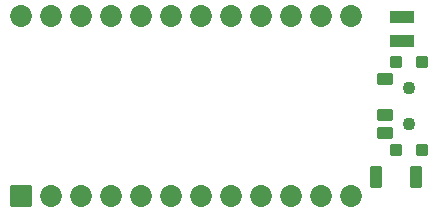
<source format=gbr>
%TF.GenerationSoftware,KiCad,Pcbnew,(6.0.4)*%
%TF.CreationDate,2022-10-25T01:53:53-04:00*%
%TF.ProjectId,battpack,62617474-7061-4636-9b2e-6b696361645f,v1.0.0*%
%TF.SameCoordinates,Original*%
%TF.FileFunction,Soldermask,Bot*%
%TF.FilePolarity,Negative*%
%FSLAX46Y46*%
G04 Gerber Fmt 4.6, Leading zero omitted, Abs format (unit mm)*
G04 Created by KiCad (PCBNEW (6.0.4)) date 2022-10-25 01:53:53*
%MOMM*%
%LPD*%
G01*
G04 APERTURE LIST*
G04 Aperture macros list*
%AMRoundRect*
0 Rectangle with rounded corners*
0 $1 Rounding radius*
0 $2 $3 $4 $5 $6 $7 $8 $9 X,Y pos of 4 corners*
0 Add a 4 corners polygon primitive as box body*
4,1,4,$2,$3,$4,$5,$6,$7,$8,$9,$2,$3,0*
0 Add four circle primitives for the rounded corners*
1,1,$1+$1,$2,$3*
1,1,$1+$1,$4,$5*
1,1,$1+$1,$6,$7*
1,1,$1+$1,$8,$9*
0 Add four rect primitives between the rounded corners*
20,1,$1+$1,$2,$3,$4,$5,0*
20,1,$1+$1,$4,$5,$6,$7,0*
20,1,$1+$1,$6,$7,$8,$9,0*
20,1,$1+$1,$8,$9,$2,$3,0*%
G04 Aperture macros list end*
%ADD10RoundRect,0.050000X-0.876300X-0.876300X0.876300X-0.876300X0.876300X0.876300X-0.876300X0.876300X0*%
%ADD11C,1.852600*%
%ADD12C,1.100000*%
%ADD13RoundRect,0.050000X-0.625000X0.450000X-0.625000X-0.450000X0.625000X-0.450000X0.625000X0.450000X0*%
%ADD14RoundRect,0.050000X-0.450000X0.450000X-0.450000X-0.450000X0.450000X-0.450000X0.450000X0.450000X0*%
%ADD15RoundRect,0.050000X-0.450000X-0.850000X0.450000X-0.850000X0.450000X0.850000X-0.450000X0.850000X0*%
%ADD16RoundRect,0.050000X-1.000000X-0.500000X1.000000X-0.500000X1.000000X0.500000X-1.000000X0.500000X0*%
G04 APERTURE END LIST*
D10*
%TO.C,*%
X-13970000Y-7620000D03*
D11*
X-11430000Y-7620000D03*
X-8890000Y-7620000D03*
X-6350000Y-7620000D03*
X-3810000Y-7620000D03*
X-1270000Y-7620000D03*
X1270000Y-7620000D03*
X3810000Y-7620000D03*
X6350000Y-7620000D03*
X8890000Y-7620000D03*
X11430000Y-7620000D03*
X13970000Y-7620000D03*
X13970000Y7620000D03*
X11430000Y7620000D03*
X8890000Y7620000D03*
X6350000Y7620000D03*
X3810000Y7620000D03*
X1270000Y7620000D03*
X-1270000Y7620000D03*
X-3810000Y7620000D03*
X-6350000Y7620000D03*
X-8890000Y7620000D03*
X-11430000Y7620000D03*
X-13970000Y7620000D03*
%TD*%
D12*
%TO.C,T1*%
X18850000Y-1500000D03*
X18850000Y1500000D03*
D13*
X16775000Y2250000D03*
X16775000Y-750000D03*
X16775000Y-2250000D03*
D14*
X19950000Y-3700000D03*
X17750000Y-3700000D03*
X17750000Y3700000D03*
X19950000Y3700000D03*
%TD*%
D12*
%TO.C,T2*%
X18850000Y-1500000D03*
X18850000Y1500000D03*
%TD*%
D15*
%TO.C,B2*%
X16050000Y-6000000D03*
X19450000Y-6000000D03*
%TD*%
D16*
%TO.C,PAD1*%
X18250000Y7500000D03*
%TD*%
%TO.C,PAD2*%
X18250000Y5500000D03*
%TD*%
M02*

</source>
